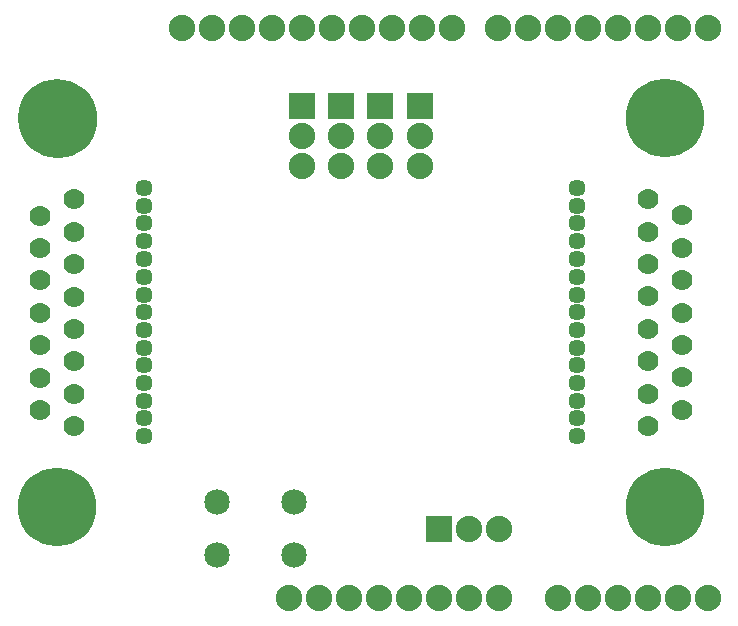
<source format=gts>
G04 MADE WITH FRITZING*
G04 WWW.FRITZING.ORG*
G04 DOUBLE SIDED*
G04 HOLES PLATED*
G04 CONTOUR ON CENTER OF CONTOUR VECTOR*
%ASAXBY*%
%FSLAX23Y23*%
%MOIN*%
%OFA0B0*%
%SFA1.0B1.0*%
%ADD10C,0.088000*%
%ADD11C,0.085000*%
%ADD12C,0.070000*%
%ADD13C,0.260000*%
%ADD14C,0.261968*%
%ADD15C,0.057244*%
%ADD16R,0.088000X0.088000*%
%LNMASK1*%
G90*
G70*
G54D10*
X2009Y104D03*
X2109Y104D03*
X2209Y104D03*
X2309Y104D03*
X2409Y104D03*
X2509Y104D03*
X1113Y105D03*
X1213Y105D03*
X1313Y105D03*
X1413Y105D03*
X1513Y105D03*
X1613Y105D03*
X1713Y105D03*
X1813Y105D03*
X1613Y332D03*
X1713Y332D03*
X1813Y332D03*
G54D11*
X1128Y248D03*
X872Y248D03*
X1128Y425D03*
X872Y425D03*
G54D10*
X1808Y2004D03*
X1908Y2004D03*
X2008Y2004D03*
X2108Y2004D03*
X2208Y2004D03*
X2308Y2004D03*
X2408Y2004D03*
X2508Y2004D03*
X757Y2003D03*
X857Y2003D03*
X957Y2003D03*
X1057Y2003D03*
X1157Y2003D03*
X1257Y2003D03*
X1357Y2003D03*
X1457Y2003D03*
X1557Y2003D03*
X1657Y2003D03*
X1549Y1743D03*
X1549Y1643D03*
X1549Y1543D03*
X1417Y1742D03*
X1417Y1642D03*
X1417Y1542D03*
X1287Y1743D03*
X1287Y1643D03*
X1287Y1543D03*
X1156Y1743D03*
X1156Y1643D03*
X1156Y1543D03*
G54D12*
X2311Y1433D03*
X2311Y1325D03*
X2311Y1217D03*
X2311Y1109D03*
X2311Y1001D03*
X2311Y893D03*
X2311Y785D03*
X2311Y677D03*
X2423Y1379D03*
X2423Y1271D03*
X2423Y1163D03*
X2423Y1055D03*
X2423Y947D03*
X2423Y839D03*
X2423Y731D03*
G54D13*
X2367Y407D03*
X2367Y1703D03*
G54D14*
X2367Y1703D03*
X2367Y406D03*
G54D15*
X2072Y1470D03*
X2072Y1411D03*
X2072Y1352D03*
X2072Y1293D03*
X2072Y1234D03*
X2072Y1175D03*
X2072Y1115D03*
X2072Y1056D03*
X2072Y997D03*
X2072Y938D03*
X2072Y879D03*
X2072Y820D03*
X2072Y761D03*
X2072Y702D03*
X2072Y643D03*
X628Y1470D03*
X628Y1411D03*
X628Y1352D03*
X628Y1293D03*
X628Y1234D03*
X628Y1175D03*
X628Y1115D03*
X628Y1056D03*
X628Y997D03*
X628Y938D03*
X628Y879D03*
X628Y820D03*
X628Y761D03*
X628Y702D03*
X628Y643D03*
G54D12*
X396Y676D03*
X396Y784D03*
X396Y892D03*
X396Y1000D03*
X396Y1108D03*
X396Y1216D03*
X396Y1324D03*
X396Y1432D03*
X284Y730D03*
X284Y838D03*
X284Y946D03*
X284Y1054D03*
X284Y1162D03*
X284Y1270D03*
X284Y1378D03*
G54D13*
X340Y1702D03*
X340Y406D03*
G54D14*
X342Y1700D03*
X339Y406D03*
G54D16*
X1613Y332D03*
X1549Y1743D03*
X1417Y1742D03*
X1287Y1743D03*
X1156Y1743D03*
G04 End of Mask1*
M02*
</source>
